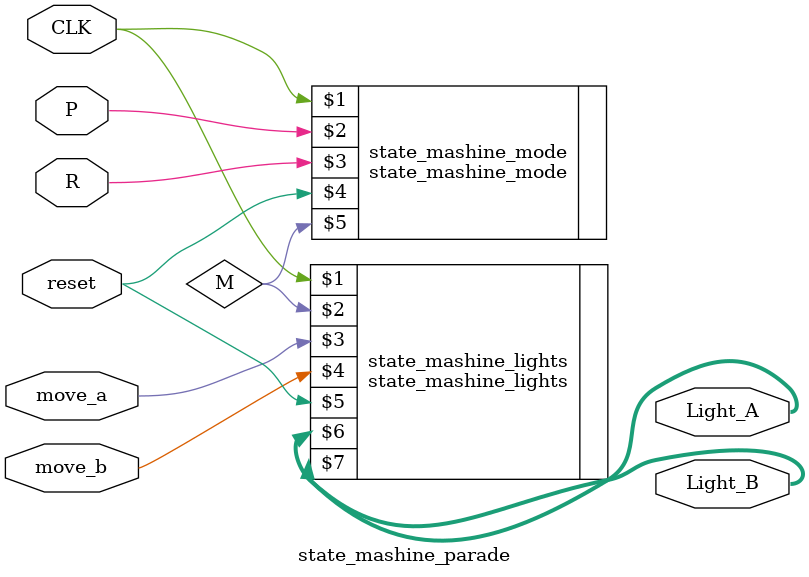
<source format=sv>
 module state_mashine_parade
(
input logic P,
input logic R,
input logic CLK,
input logic move_a,
input logic move_b,
input logic reset,
output logic [1:0]Light_A,
output logic [1:0]Light_B
);


logic M;

state_mashine_mode state_mashine_mode
(
CLK,
P,
R,
reset,
M
);


state_mashine_lights state_mashine_lights
(
CLK,
M,
move_a,
move_b,
reset,
Light_A[1:0],
Light_B[1:0]
);


endmodule 
</source>
